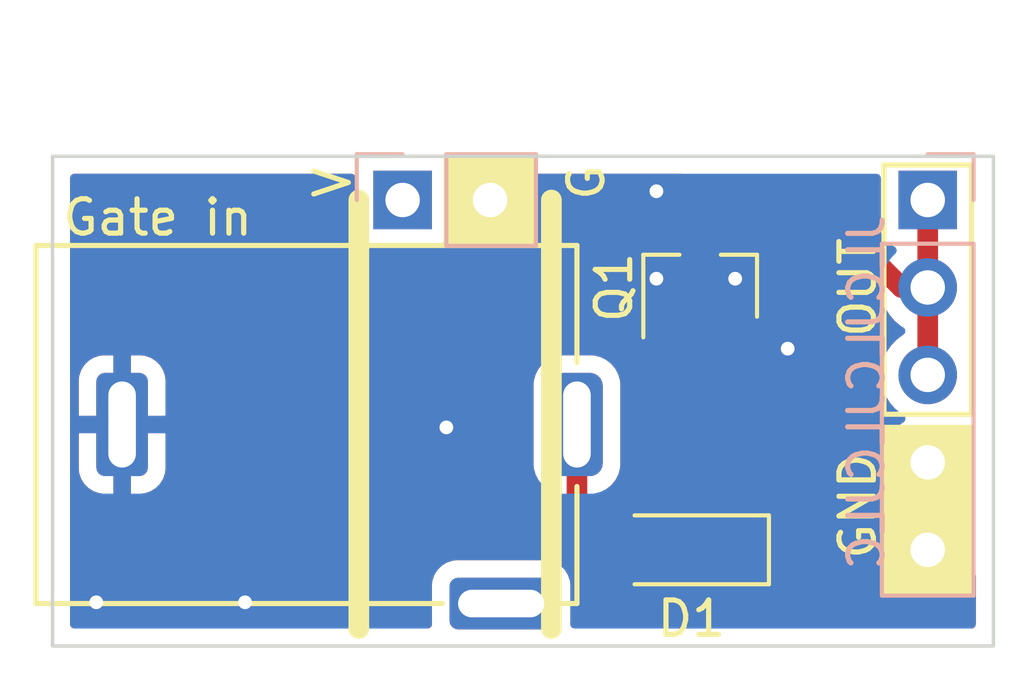
<source format=kicad_pcb>
(kicad_pcb (version 20211014) (generator pcbnew)
  (layers (0 "F.Cu" signal) (31 "B.Cu" signal) (34 "B.Paste" user) (35 "F.Paste" user) (36 "B.SilkS" user "B.Silkscreen") (37 "F.SilkS" user "F.Silkscreen") (38 "B.Mask" user) (39 "F.Mask" user) (44 "Edge.Cuts" user))
  (net 0 "")
  (net 1 "Net-(D1-Pad1)")
  (net 2 "Net-(D1-Pad2)")
  (net 4 "GND")
  (net 6 "/out")
  (footprint "Package_TO_SOT_SMD:SC-59_Handsoldering" (layer "F.Cu") (at 153.416 86.36 90)
    (fp_text reference "Q1" (at 0 -2.5 90) (layer "F.SilkS"))
    (fp_text value "DTC114E")
    (fp_line (start 0.95 -1.65) (end 0.95 -0.6) (layer "F.SilkS") (width 0.12))
    (fp_line (start 0.95 1.65) (end 0.95 0.6) (layer "F.SilkS") (width 0.12))
    (fp_line (start -1.45 -1.65) (end 0.95 -1.65) (layer "F.SilkS") (width 0.12))
    (fp_line (start -0.85 1.65) (end 0.95 1.65) (layer "F.SilkS") (width 0.12))
    (pad "1" smd rect (at -1.65 -0.95 90) (size 1.8 0.8) (layers "F.Cu" "F.Paste" "F.Mask") (net 1 "Net-(D1-Pad1)"))
    (pad "2" smd rect (at -1.65 0.95 90) (size 1.8 0.8) (layers "F.Cu" "F.Paste" "F.Mask") (net 4 "GND"))
    (pad "3" smd rect (at 1.65 0 90) (size 1.8 0.8) (layers "F.Cu" "F.Paste" "F.Mask") (net 6 "/out"))
  )
  (footprint "Akiyuki_Footprint:PJ302M" (layer "F.Cu") (at 134.14 90.3405)
    (fp_text reference "J2" hide)
    (fp_text value "PJ302M" hide)
    (fp_line (start 0 5.2) (end 11.8 5.2) (layer "F.SilkS") (width 0.15))
    (fp_line (start 15.7 -1.8) (end 15.7 -5.2) (layer "F.SilkS") (width 0.15))
    (fp_line (start 15.2 5.2) (end 15.7 5.2) (layer "F.SilkS") (width 0.15))
    (fp_line (start 0 -5.2) (end 0 5.2) (layer "F.SilkS") (width 0.15))
    (fp_line (start 15.7 5.2) (end 15.7 1.8) (layer "F.SilkS") (width 0.15))
    (fp_line (start 15.7 -5.2) (end 0 -5.2) (layer "F.SilkS") (width 0.15))
    (pad "1" thru_hole roundrect locked (at 2.5 0) (size 1.5 3) (drill oval 0.8 2.5) (layers *.Cu *.Mask) (roundrect_rratio 0.167) (net 4 "GND"))
    (pad "2" thru_hole roundrect locked (at 13.5 5.2 90) (size 1.5 3) (drill oval 0.8 2.5) (layers *.Cu *.Mask) (roundrect_rratio 0.167))
    (pad "3" thru_hole roundrect locked (at 15.7 0) (size 1.5 3) (drill oval 0.8 2.5) (layers *.Cu *.Mask) (net 2 "Net-(D1-Pad2)"))
  )
  (footprint "Diode_SMD:D_SOD-123" (layer "F.Cu") (at 153.162 93.98 180)
    (fp_text reference "D1" (at 0 -2) (layer "F.SilkS"))
    (fp_text value "1N4148W")
    (fp_line (start -2.25 1) (end 1.65 1) (layer "F.SilkS") (width 0.12))
    (fp_line (start -2.25 -1) (end 1.65 -1) (layer "F.SilkS") (width 0.12))
    (fp_line (start -2.25 -1) (end -2.25 1) (layer "F.SilkS") (width 0.12))
    (pad "1" smd rect (at -1.65 0 180) (size 0.9 1.2) (layers "F.Cu" "F.Paste" "F.Mask") (net 1 "Net-(D1-Pad1)"))
    (pad "2" smd rect (at 1.65 0 180) (size 0.9 1.2) (layers "F.Cu" "F.Paste" "F.Mask") (net 2 "Net-(D1-Pad2)"))
  )
  (footprint "Connector_PinHeader_2.54mm:PinHeader_1x05_P2.54mm_Vertical" (layer "B.Cu") (at 160.02 83.82 180)
    (fp_text reference "J3" hide)
    (fp_text value "Conn_01x05" hide)
    (fp_line (start -1.33 1.33) (end 0 1.33) (layer "B.SilkS") (width 0.12))
    (fp_line (start -1.33 -11.49) (end 1.33 -11.49) (layer "B.SilkS") (width 0.12))
    (fp_line (start -1.33 0) (end -1.33 1.33) (layer "B.SilkS") (width 0.12))
    (fp_line (start 1.33 -1.27) (end 1.33 -11.49) (layer "B.SilkS") (width 0.12))
    (fp_line (start -1.33 -1.27) (end 1.33 -1.27) (layer "B.SilkS") (width 0.12))
    (fp_line (start -1.33 -1.27) (end -1.33 -11.49) (layer "B.SilkS") (width 0.12))
    (pad "1" thru_hole rect (at 0 0 180) (size 1.7 1.7) (drill 1) (layers *.Cu *.Mask) (net 6 "/out"))
    (pad "2" thru_hole oval (at 0 -2.54 180) (size 1.7 1.7) (drill 1) (layers *.Cu *.Mask) (net 6 "/out"))
    (pad "3" thru_hole oval (at 0 -5.08 180) (size 1.7 1.7) (drill 1) (layers *.Cu *.Mask) (net 6 "/out"))
    (pad "4" thru_hole oval (at 0 -7.62 180) (size 1.7 1.7) (drill 1) (layers *.Cu *.Mask) (net 4 "GND"))
    (pad "5" thru_hole oval (at 0 -10.16 180) (size 1.7 1.7) (drill 1) (layers *.Cu *.Mask) (net 4 "GND"))
  )
  (footprint "Connector_PinHeader_2.54mm:PinHeader_1x02_P2.54mm_Vertical" (layer "B.Cu") (at 144.78 83.82 -90)
    (fp_text reference "J1" hide)
    (fp_text value "Conn_01x02" hide)
    (fp_line (start -1.33 -1.27) (end 1.33 -1.27) (layer "B.SilkS") (width 0.12))
    (fp_line (start 1.33 -1.27) (end 1.33 -3.87) (layer "B.SilkS") (width 0.12))
    (fp_line (start -1.33 0) (end -1.33 1.33) (layer "B.SilkS") (width 0.12))
    (fp_line (start -1.33 1.33) (end 0 1.33) (layer "B.SilkS") (width 0.12))
    (fp_line (start -1.33 -1.27) (end -1.33 -3.87) (layer "B.SilkS") (width 0.12))
    (fp_line (start -1.33 -3.87) (end 1.33 -3.87) (layer "B.SilkS") (width 0.12))
    (pad "1" thru_hole rect (at 0 0 270) (size 1.7 1.7) (drill 1) (layers *.Cu *.Mask))
    (pad "2" thru_hole oval (at 0 -2.54 270) (size 1.7 1.7) (drill 1) (layers *.Cu *.Mask) (net 4 "GND"))
  )
  (gr_rect (start 158.75 90.424) (end 161.29 95.25) (layer "F.SilkS") (width 0.15) (fill solid))
  (gr_rect (start 146.05 82.55) (end 148.59 85.09) (layer "F.SilkS") (width 0.15) (fill solid))
  (gr_line (start 149.098 83.82) (end 149.098 96.266) (layer "F.SilkS") (width 0.6))
  (gr_rect (start 158.75 82.804) (end 161.29 90.043) (layer "F.SilkS") (width 0.15) (fill none))
  (gr_line (start 143.51 83.82) (end 143.51 96.266) (layer "F.SilkS") (width 0.6))
  (gr_rect (start 161.925 82.55) (end 134.62 96.774) (layer "Edge.Cuts") (width 0.1) (fill none))
  (gr_text "JLCJLCJLCJLC\n" (at 158.242 89.408 90) (layer "B.SilkS") (effects (font (size 1 1)) (justify mirror)))
  (gr_text "OUT" (at 157.988 86.36 90) (layer "F.SilkS") (effects (font (size 1 1))))
  (gr_text "Gate in" (at 137.668 84.328) (layer "F.SilkS") (effects (font (size 1 1))))
  (gr_text "GND" (at 157.988 92.71 90) (layer "F.SilkS") (effects (font (size 1 1))))
  (gr_text "V" (at 142.748 83.312 90) (layer "F.SilkS") (effects (font (size 1 1))))
  (gr_text "G" (at 150.114 83.312 90) (layer "F.SilkS") (effects (font (size 1 1))))
  (segment (start 152.466 88.01) (end 152.466 89.22) (width 0.6) (layer "F.Cu") (net 1))
  (segment (start 152.466 89.22) (end 154.812 91.566) (width 0.6) (layer "F.Cu") (net 1))
  (segment (start 154.812 91.566) (end 154.812 93.98) (width 0.6) (layer "F.Cu") (net 1))
  (segment (start 151.512 93.98) (end 150.622 93.98) (width 0.6) (layer "F.Cu") (net 2))
  (segment (start 149.84 93.198) (end 149.84 90.3405) (width 0.6) (layer "F.Cu") (net 2))
  (segment (start 150.622 93.98) (end 149.84 93.198) (width 0.6) (layer "F.Cu") (net 2))
  (via (at 135.89 95.504) (size 0.8) (drill 0.4) (layers "F.Cu" "B.Cu") (net 4))
  (via (at 146.05 90.424) (size 0.8) (drill 0.4) (layers "F.Cu" "B.Cu") (net 4))
  (via (at 152.146 83.566) (size 0.8) (drill 0.4) (layers "F.Cu" "B.Cu") (net 4))
  (via (at 154.432 86.106) (size 0.8) (drill 0.4) (layers "F.Cu" "B.Cu") (net 4))
  (via (at 152.146 86.106) (size 0.8) (drill 0.4) (layers "F.Cu" "B.Cu") (net 4))
  (via (at 155.956 88.138) (size 0.8) (drill 0.4) (layers "F.Cu" "B.Cu") (net 4))
  (via (at 140.208 95.504) (size 0.8) (drill 0.4) (layers "F.Cu" "B.Cu") (net 4))
  (segment (start 160.02 88.9) (end 160.02 86.36) (width 0.6) (layer "F.Cu") (net 6))
  (segment (start 160.02 86.36) (end 160.02 83.82) (width 0.6) (layer "F.Cu") (net 6))
  (segment (start 157.608 84.71) (end 159.258 86.36) (width 0.6) (layer "F.Cu") (net 6))
  (segment (start 159.258 86.36) (end 160.02 86.36) (width 0.6) (layer "F.Cu") (net 6))
  (segment (start 153.416 84.71) (end 157.608 84.71) (width 0.6) (layer "F.Cu") (net 6))
  (zone (net 4) (net_name "GND") (layers F&B.Cu) (connect_pads (clearance 0.508)) (min_thickness 0.254) (fill yes (thermal_gap 0.508) (thermal_bridge_width 0.508))
    (polygon (pts (xy 162.814 98.044) (xy 133.096 98.044) (xy 133.096 81.788) (xy 162.814 81.788)))
  )
)
</source>
